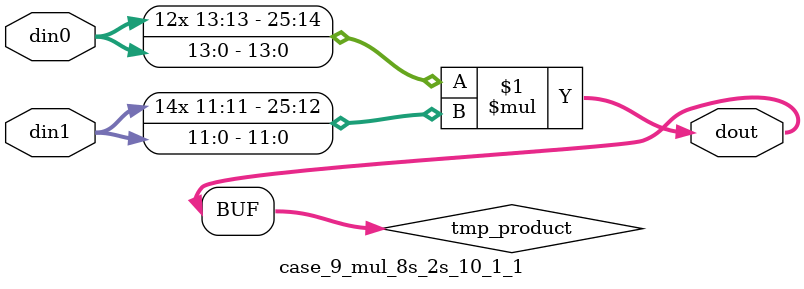
<source format=v>

`timescale 1 ns / 1 ps

 module case_9_mul_8s_2s_10_1_1(din0, din1, dout);
parameter ID = 1;
parameter NUM_STAGE = 0;
parameter din0_WIDTH = 14;
parameter din1_WIDTH = 12;
parameter dout_WIDTH = 26;

input [din0_WIDTH - 1 : 0] din0; 
input [din1_WIDTH - 1 : 0] din1; 
output [dout_WIDTH - 1 : 0] dout;

wire signed [dout_WIDTH - 1 : 0] tmp_product;



























assign tmp_product = $signed(din0) * $signed(din1);








assign dout = tmp_product;





















endmodule

</source>
